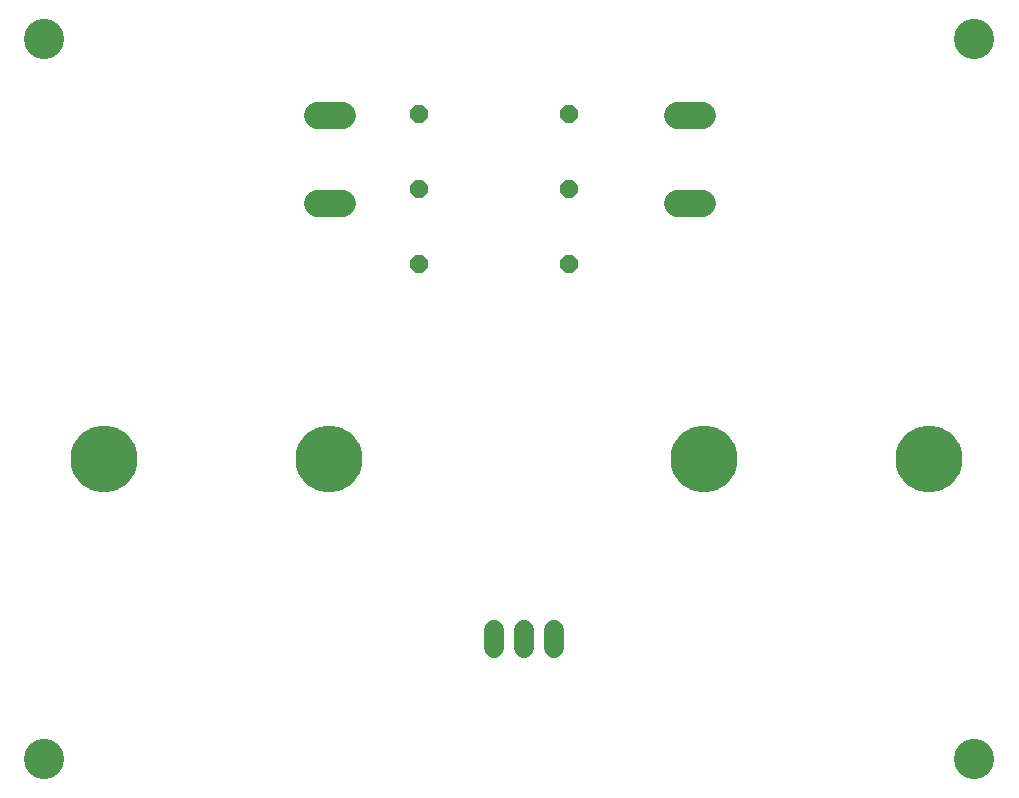
<source format=gbs>
G75*
G70*
%OFA0B0*%
%FSLAX24Y24*%
%IPPOS*%
%LPD*%
%AMOC8*
5,1,8,0,0,1.08239X$1,22.5*
%
%ADD10C,0.1340*%
%ADD11C,0.0907*%
%ADD12OC8,0.0600*%
%ADD13C,0.0680*%
%ADD14C,0.2230*%
D10*
X002101Y002101D03*
X002101Y026101D03*
X033101Y026101D03*
X033101Y002101D03*
D11*
X024014Y020624D02*
X023187Y020624D01*
X023187Y023577D02*
X024014Y023577D01*
X012014Y023577D02*
X011187Y023577D01*
X011187Y020624D02*
X012014Y020624D01*
D12*
X014601Y021101D03*
X014601Y023601D03*
X019601Y023601D03*
X019601Y021101D03*
X019601Y018601D03*
X014601Y018601D03*
D13*
X017101Y006401D02*
X017101Y005801D01*
X018101Y005801D02*
X018101Y006401D01*
X019101Y006401D02*
X019101Y005801D01*
D14*
X024101Y012101D03*
X031601Y012101D03*
X011601Y012101D03*
X004101Y012101D03*
M02*

</source>
